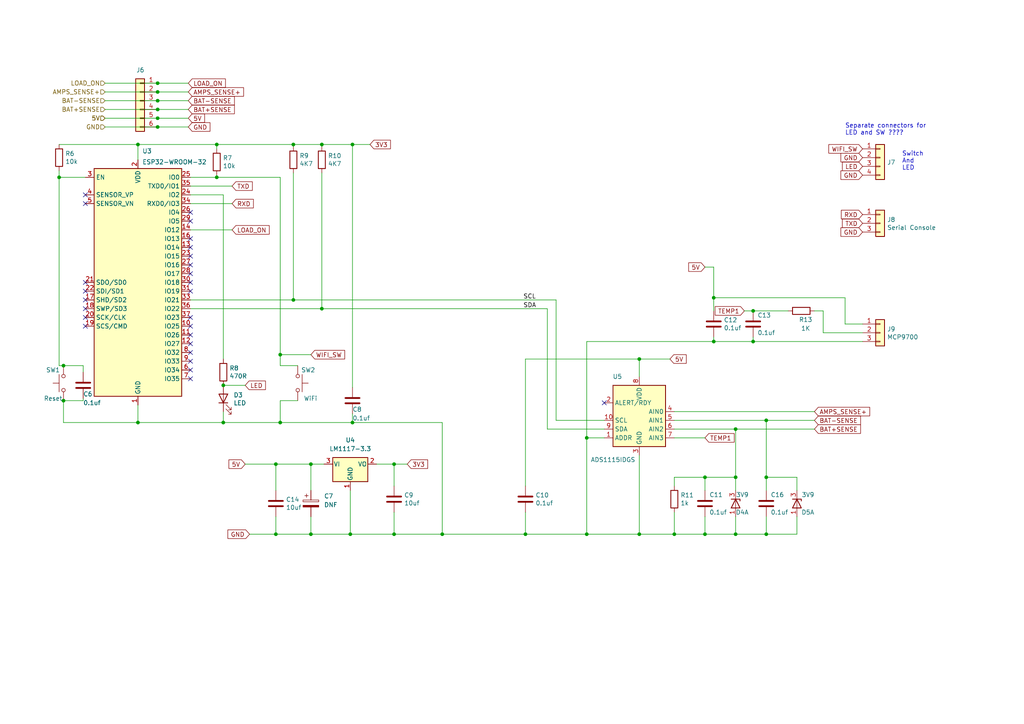
<source format=kicad_sch>
(kicad_sch (version 20211123) (generator eeschema)
  (paper "A4")
  (title_block (rev "3.0"))
  (lib_symbols
    (symbol "Analog_ADC:ADS1115IDGS"
      (property "Reference" "U" (at 2.54 13.97 0))
      (property "Value" "ADS1115IDGS" (at 7.62 11.43 0))
      (symbol "ADS1115IDGS_0_1"
        (rectangle (start -7.62 10.16) (end 7.62 -7.62) (stroke (width 0.254)) (fill (type background)))
      )
      (symbol "ADS1115IDGS_1_1"
        (pin input line (at 10.16 -5.08 180) (length 2.54) (name "ADDR") (number "1"))
        (pin input line (at 10.16 0 180) (length 2.54) (name "SCL") (number "10"))
        (pin output line (at 10.16 5.08 180) (length 2.54) (name "ALERT/RDY") (number "2"))
        (pin power_in line (at 0 -10.16 90) (length 2.54) (name "GND") (number "3"))
        (pin input line (at -10.16 2.54 0) (length 2.54) (name "AIN0") (number "4"))
        (pin input line (at -10.16 0 0) (length 2.54) (name "AIN1") (number "5"))
        (pin input line (at -10.16 -2.54 0) (length 2.54) (name "AIN2") (number "6"))
        (pin input line (at -10.16 -5.08 0) (length 2.54) (name "AIN3") (number "7"))
        (pin power_in line (at 0 12.7 270) (length 2.54) (name "VDD") (number "8"))
        (pin bidirectional line (at 10.16 -2.54 180) (length 2.54) (name "SDA") (number "9"))
      )
    )
    (symbol "Connector_Generic:Conn_01x03" (pin_names (offset 1.016) hide)
      (property "Reference" "J" (at 0 5.08 0))
      (property "Value" "Conn_01x03" (at 0 -5.08 0))
      (symbol "Conn_01x03_1_1"
        (rectangle (start -1.27 -2.413) (end 0 -2.667) (stroke (width 0.1524)))
        (rectangle (start -1.27 0.127) (end 0 -0.127) (stroke (width 0.1524)))
        (rectangle (start -1.27 2.667) (end 0 2.413) (stroke (width 0.1524)))
        (rectangle (start -1.27 3.81) (end 1.27 -3.81) (stroke (width 0.254)) (fill (type background)))
        (pin passive line (at -5.08 2.54 0) (length 3.81) (name "Pin_1") (number "1"))
        (pin passive line (at -5.08 0 0) (length 3.81) (name "Pin_2") (number "2"))
        (pin passive line (at -5.08 -2.54 0) (length 3.81) (name "Pin_3") (number "3"))
      )
    )
    (symbol "Connector_Generic:Conn_01x04" (pin_names (offset 1.016) hide)
      (property "Reference" "J" (at 0 5.08 0))
      (property "Value" "Conn_01x04" (at 0 -7.62 0))
      (symbol "Conn_01x04_1_1"
        (rectangle (start -1.27 -4.953) (end 0 -5.207) (stroke (width 0.1524)))
        (rectangle (start -1.27 -2.413) (end 0 -2.667) (stroke (width 0.1524)))
        (rectangle (start -1.27 0.127) (end 0 -0.127) (stroke (width 0.1524)))
        (rectangle (start -1.27 2.667) (end 0 2.413) (stroke (width 0.1524)))
        (rectangle (start -1.27 3.81) (end 1.27 -6.35) (stroke (width 0.254)) (fill (type background)))
        (pin passive line (at -5.08 2.54 0) (length 3.81) (name "Pin_1") (number "1"))
        (pin passive line (at -5.08 0 0) (length 3.81) (name "Pin_2") (number "2"))
        (pin passive line (at -5.08 -2.54 0) (length 3.81) (name "Pin_3") (number "3"))
        (pin passive line (at -5.08 -5.08 0) (length 3.81) (name "Pin_4") (number "4"))
      )
    )
    (symbol "Connector_Generic:Conn_01x06" (pin_names (offset 1.016) hide)
      (property "Reference" "J" (at 0 7.62 0))
      (property "Value" "Conn_01x06" (at 0 -10.16 0))
      (symbol "Conn_01x06_1_1"
        (rectangle (start -1.27 -7.493) (end 0 -7.747) (stroke (width 0.1524)))
        (rectangle (start -1.27 -4.953) (end 0 -5.207) (stroke (width 0.1524)))
        (rectangle (start -1.27 -2.413) (end 0 -2.667) (stroke (width 0.1524)))
        (rectangle (start -1.27 0.127) (end 0 -0.127) (stroke (width 0.1524)))
        (rectangle (start -1.27 2.667) (end 0 2.413) (stroke (width 0.1524)))
        (rectangle (start -1.27 5.207) (end 0 4.953) (stroke (width 0.1524)))
        (rectangle (start -1.27 6.35) (end 1.27 -8.89) (stroke (width 0.254)) (fill (type background)))
        (pin passive line (at -5.08 5.08 0) (length 3.81) (name "Pin_1") (number "1"))
        (pin passive line (at -5.08 2.54 0) (length 3.81) (name "Pin_2") (number "2"))
        (pin passive line (at -5.08 0 0) (length 3.81) (name "Pin_3") (number "3"))
        (pin passive line (at -5.08 -2.54 0) (length 3.81) (name "Pin_4") (number "4"))
        (pin passive line (at -5.08 -5.08 0) (length 3.81) (name "Pin_5") (number "5"))
        (pin passive line (at -5.08 -7.62 0) (length 3.81) (name "Pin_6") (number "6"))
      )
    )
    (symbol "Device:C" (pin_numbers hide) (pin_names (offset 0.254))
      (property "Reference" "C" (at 0.635 2.54 0))
      (property "Value" "C" (at 0.635 -2.54 0))
      (symbol "C_0_1"
        (polyline (pts (xy -2.032 -0.762) (xy 2.032 -0.762)) (stroke (width 0.508)))
        (polyline (pts (xy -2.032 0.762) (xy 2.032 0.762)) (stroke (width 0.508)))
      )
      (symbol "C_1_1"
        (pin passive line (at 0 3.81 270) (length 2.794) (name "~") (number "1"))
        (pin passive line (at 0 -3.81 90) (length 2.794) (name "~") (number "2"))
      )
    )
    (symbol "Device:C_Polarized" (pin_numbers hide) (pin_names (offset 0.254))
      (property "Reference" "C" (at 0.635 2.54 0))
      (property "Value" "C_Polarized" (at 0.635 -2.54 0))
      (symbol "C_Polarized_0_1"
        (rectangle (start -2.286 0.508) (end 2.286 1.016))
        (polyline (pts (xy -1.778 2.286) (xy -0.762 2.286)))
        (polyline (pts (xy -1.27 2.794) (xy -1.27 1.778)))
        (rectangle (start 2.286 -0.508) (end -2.286 -1.016) (fill (type outline)))
      )
      (symbol "C_Polarized_1_1"
        (pin passive line (at 0 3.81 270) (length 2.794) (name "~") (number "1"))
        (pin passive line (at 0 -3.81 90) (length 2.794) (name "~") (number "2"))
      )
    )
    (symbol "Device:D_Zener_Dual_CommonCathode_AAK_Split" (pin_names (offset 0.762) hide)
      (property "Reference" "D" (at 0 2.54 0))
      (property "Value" "D_Zener_Dual_CommonCathode_AAK_Split" (at 0 -2.54 0))
      (symbol "D_Zener_Dual_CommonCathode_AAK_Split_0_0"
        (polyline (pts (xy 1.27 1.27) (xy 1.27 -1.27) (xy 0.762 -1.27)) (stroke (width 0.254)))
      )
      (symbol "D_Zener_Dual_CommonCathode_AAK_Split_0_1"
        (polyline (pts (xy -1.27 1.27) (xy 1.27 0) (xy -1.27 -1.27) (xy -1.27 1.27) (xy -1.27 1.27) (xy -1.27 1.27)) (stroke (width 0.254)))
      )
      (symbol "D_Zener_Dual_CommonCathode_AAK_Split_1_1"
        (polyline (pts (xy 1.27 0) (xy -1.27 0)))
        (pin passive line (at -3.81 0 0) (length 2.54) (name "A") (number "1"))
        (pin passive line (at 3.81 0 180) (length 2.54) (name "K") (number "3"))
      )
      (symbol "D_Zener_Dual_CommonCathode_AAK_Split_2_0"
        (polyline (pts (xy 3.81 0) (xy -1.27 0)))
        (text "3" (at 2.54 1.27 0) (effects (font (size 1.27 1.27))))
      )
      (symbol "D_Zener_Dual_CommonCathode_AAK_Split_2_1"
        (pin passive line (at -3.81 0 0) (length 2.54) (name "K") (number "2"))
      )
    )
    (symbol "Device:LED" (pin_numbers hide) (pin_names (offset 1.016) hide)
      (property "Reference" "D" (at 0 2.54 0))
      (property "Value" "LED" (at 0 -2.54 0))
      (symbol "LED_0_1"
        (polyline (pts (xy -1.27 -1.27) (xy -1.27 1.27)) (stroke (width 0.254)))
        (polyline (pts (xy -1.27 0) (xy 1.27 0)))
        (polyline (pts (xy 1.27 -1.27) (xy 1.27 1.27) (xy -1.27 0) (xy 1.27 -1.27)) (stroke (width 0.254)))
        (polyline (pts (xy -3.048 -0.762) (xy -4.572 -2.286) (xy -3.81 -2.286) (xy -4.572 -2.286) (xy -4.572 -1.524)))
        (polyline (pts (xy -1.778 -0.762) (xy -3.302 -2.286) (xy -2.54 -2.286) (xy -3.302 -2.286) (xy -3.302 -1.524)))
      )
      (symbol "LED_1_1"
        (pin passive line (at -3.81 0 0) (length 2.54) (name "K") (number "1"))
        (pin passive line (at 3.81 0 180) (length 2.54) (name "A") (number "2"))
      )
    )
    (symbol "Device:R" (pin_numbers hide) (pin_names (offset 0))
      (property "Reference" "R" (at 2.032 0 90))
      (property "Value" "R" (at 0 0 90))
      (symbol "R_0_1"
        (rectangle (start -1.016 -2.54) (end 1.016 2.54) (stroke (width 0.254)))
      )
      (symbol "R_1_1"
        (pin passive line (at 0 3.81 270) (length 1.27) (name "~") (number "1"))
        (pin passive line (at 0 -3.81 90) (length 1.27) (name "~") (number "2"))
      )
    )
    (symbol "RF_Module:ESP32-WROOM-32"
      (property "Reference" "U" (at -12.7 34.29 0))
      (property "Value" "ESP32-WROOM-32" (at 1.27 34.29 0))
      (symbol "ESP32-WROOM-32_0_1"
        (rectangle (start -12.7 33.02) (end 12.7 -33.02) (stroke (width 0.254)) (fill (type background)))
      )
      (symbol "ESP32-WROOM-32_1_1"
        (pin power_in line (at 0 -35.56 90) (length 2.54) (name "GND") (number "1"))
        (pin bidirectional line (at 15.24 -12.7 180) (length 2.54) (name "IO25") (number "10"))
        (pin bidirectional line (at 15.24 -15.24 180) (length 2.54) (name "IO26") (number "11"))
        (pin bidirectional line (at 15.24 -17.78 180) (length 2.54) (name "IO27") (number "12"))
        (pin bidirectional line (at 15.24 10.16 180) (length 2.54) (name "IO14") (number "13"))
        (pin bidirectional line (at 15.24 15.24 180) (length 2.54) (name "IO12") (number "14"))
        (pin passive line (at 0 -35.56 90) (length 2.54) hide (name "GND") (number "15"))
        (pin bidirectional line (at 15.24 12.7 180) (length 2.54) (name "IO13") (number "16"))
        (pin bidirectional line (at -15.24 -5.08 0) (length 2.54) (name "SHD/SD2") (number "17"))
        (pin bidirectional line (at -15.24 -7.62 0) (length 2.54) (name "SWP/SD3") (number "18"))
        (pin bidirectional line (at -15.24 -12.7 0) (length 2.54) (name "SCS/CMD") (number "19"))
        (pin power_in line (at 0 35.56 270) (length 2.54) (name "VDD") (number "2"))
        (pin bidirectional line (at -15.24 -10.16 0) (length 2.54) (name "SCK/CLK") (number "20"))
        (pin bidirectional line (at -15.24 0 0) (length 2.54) (name "SDO/SD0") (number "21"))
        (pin bidirectional line (at -15.24 -2.54 0) (length 2.54) (name "SDI/SD1") (number "22"))
        (pin bidirectional line (at 15.24 7.62 180) (length 2.54) (name "IO15") (number "23"))
        (pin bidirectional line (at 15.24 25.4 180) (length 2.54) (name "IO2") (number "24"))
        (pin bidirectional line (at 15.24 30.48 180) (length 2.54) (name "IO0") (number "25"))
        (pin bidirectional line (at 15.24 20.32 180) (length 2.54) (name "IO4") (number "26"))
        (pin bidirectional line (at 15.24 5.08 180) (length 2.54) (name "IO16") (number "27"))
        (pin bidirectional line (at 15.24 2.54 180) (length 2.54) (name "IO17") (number "28"))
        (pin bidirectional line (at 15.24 17.78 180) (length 2.54) (name "IO5") (number "29"))
        (pin input line (at -15.24 30.48 0) (length 2.54) (name "EN") (number "3"))
        (pin bidirectional line (at 15.24 0 180) (length 2.54) (name "IO18") (number "30"))
        (pin bidirectional line (at 15.24 -2.54 180) (length 2.54) (name "IO19") (number "31"))
        (pin no_connect line (at -12.7 -27.94 0) (length 2.54) hide (name "NC") (number "32"))
        (pin bidirectional line (at 15.24 -5.08 180) (length 2.54) (name "IO21") (number "33"))
        (pin bidirectional line (at 15.24 22.86 180) (length 2.54) (name "RXD0/IO3") (number "34"))
        (pin bidirectional line (at 15.24 27.94 180) (length 2.54) (name "TXD0/IO1") (number "35"))
        (pin bidirectional line (at 15.24 -7.62 180) (length 2.54) (name "IO22") (number "36"))
        (pin bidirectional line (at 15.24 -10.16 180) (length 2.54) (name "IO23") (number "37"))
        (pin passive line (at 0 -35.56 90) (length 2.54) hide (name "GND") (number "38"))
        (pin passive line (at 0 -35.56 90) (length 2.54) hide (name "GND") (number "39"))
        (pin input line (at -15.24 25.4 0) (length 2.54) (name "SENSOR_VP") (number "4"))
        (pin input line (at -15.24 22.86 0) (length 2.54) (name "SENSOR_VN") (number "5"))
        (pin input line (at 15.24 -25.4 180) (length 2.54) (name "IO34") (number "6"))
        (pin input line (at 15.24 -27.94 180) (length 2.54) (name "IO35") (number "7"))
        (pin bidirectional line (at 15.24 -20.32 180) (length 2.54) (name "IO32") (number "8"))
        (pin bidirectional line (at 15.24 -22.86 180) (length 2.54) (name "IO33") (number "9"))
      )
    )
    (symbol "Regulator_Linear:LM1117-3.3" (pin_names (offset 0.254))
      (property "Reference" "U" (at -3.81 3.175 0))
      (property "Value" "LM1117-3.3" (at 0 3.175 0))
      (symbol "LM1117-3.3_0_1"
        (rectangle (start -5.08 -5.08) (end 5.08 1.905) (stroke (width 0.254)) (fill (type background)))
      )
      (symbol "LM1117-3.3_1_1"
        (pin power_in line (at 0 -7.62 90) (length 2.54) (name "GND") (number "1"))
        (pin power_out line (at 7.62 0 180) (length 2.54) (name "VO") (number "2"))
        (pin power_in line (at -7.62 0 0) (length 2.54) (name "VI") (number "3"))
      )
    )
    (symbol "Switch:SW_Push" (pin_numbers hide) (pin_names (offset 1.016) hide)
      (property "Reference" "SW" (at 1.27 2.54 0))
      (property "Value" "SW_Push" (at 0 -1.524 0))
      (symbol "SW_Push_0_1"
        (circle (center -2.032 0) (radius 0.508))
        (polyline (pts (xy 0 1.27) (xy 0 3.048)))
        (polyline (pts (xy 2.54 1.27) (xy -2.54 1.27)))
        (circle (center 2.032 0) (radius 0.508))
        (pin passive line (at -5.08 0 0) (length 2.54) (name "1") (number "1"))
        (pin passive line (at 5.08 0 180) (length 2.54) (name "2") (number "2"))
      )
    )
  )
  (junction (at 17.145 51.435))
  (junction (at 80.01 134.62))
  (junction (at 207.01 99.06))
  (junction (at 222.25 138.43))
  (junction (at 18.415 106.045))
  (junction (at 85.09 86.995))
  (junction (at 45.72 34.29))
  (junction (at 40.005 122.555))
  (junction (at 62.865 51.435))
  (junction (at 213.36 138.43))
  (junction (at 185.42 154.94))
  (junction (at 64.77 111.76))
  (junction (at 195.58 154.94))
  (junction (at 40.005 41.91))
  (junction (at 101.6 154.94))
  (junction (at 204.47 154.94))
  (junction (at 218.44 90.17))
  (junction (at 45.72 29.21))
  (junction (at 90.17 134.62))
  (junction (at 222.25 154.94))
  (junction (at 170.18 127))
  (junction (at 114.3 134.62))
  (junction (at 93.345 89.535))
  (junction (at 213.36 124.46))
  (junction (at 152.4 154.94))
  (junction (at 80.01 154.94))
  (junction (at 213.36 154.94))
  (junction (at 18.415 116.205))
  (junction (at 90.17 154.94))
  (junction (at 45.72 31.75))
  (junction (at 81.28 122.555))
  (junction (at 102.235 41.91))
  (junction (at 185.42 104.14))
  (junction (at 207.01 86.36))
  (junction (at 93.345 41.91))
  (junction (at 85.09 41.91))
  (junction (at 45.72 24.13))
  (junction (at 128.27 154.94))
  (junction (at 62.865 41.91))
  (junction (at 102.235 122.555))
  (junction (at 81.28 102.87))
  (junction (at 45.72 26.67))
  (junction (at 114.3 154.94))
  (junction (at 218.44 99.06))
  (junction (at 170.18 154.94))
  (junction (at 64.77 122.555))
  (junction (at 45.72 36.83))
  (junction (at 222.25 121.92))
  (junction (at 204.47 138.43))
  (no_connect (at 175.26 116.84))
  (no_connect (at 55.245 76.835))
  (no_connect (at 55.245 74.295))
  (no_connect (at 55.245 71.755))
  (no_connect (at 55.245 69.215))
  (no_connect (at 55.245 61.595))
  (no_connect (at 55.245 64.135))
  (no_connect (at 24.765 56.515))
  (no_connect (at 24.765 59.055))
  (no_connect (at 55.245 109.855))
  (no_connect (at 55.245 104.775))
  (no_connect (at 55.245 107.315))
  (no_connect (at 55.245 97.155))
  (no_connect (at 55.245 99.695))
  (no_connect (at 55.245 102.235))
  (no_connect (at 55.245 92.075))
  (no_connect (at 55.245 94.615))
  (no_connect (at 55.245 81.915))
  (no_connect (at 55.245 84.455))
  (no_connect (at 55.245 79.375))
  (no_connect (at 24.765 86.995))
  (no_connect (at 24.765 94.615))
  (no_connect (at 24.765 92.075))
  (no_connect (at 24.765 89.535))
  (no_connect (at 24.765 81.915))
  (no_connect (at 24.765 84.455))
  (wire (pts (xy 175.26 121.92) (xy 161.29 121.92)))
  (wire (pts (xy 128.27 122.555) (xy 128.27 154.94)))
  (wire (pts (xy 90.17 154.94) (xy 101.6 154.94)))
  (wire (pts (xy 45.72 36.83) (xy 30.48 36.83)))
  (wire (pts (xy 109.22 134.62) (xy 114.3 134.62)))
  (wire (pts (xy 213.36 149.86) (xy 213.36 154.94)))
  (wire (pts (xy 185.42 104.14) (xy 185.42 109.22)))
  (wire (pts (xy 80.01 134.62) (xy 80.01 142.24)))
  (wire (pts (xy 54.61 24.13) (xy 45.72 24.13)))
  (wire (pts (xy 24.13 107.95) (xy 24.13 106.045)))
  (wire (pts (xy 40.005 46.355) (xy 40.005 41.91)))
  (wire (pts (xy 245.11 93.98) (xy 245.11 86.36)))
  (wire (pts (xy 218.44 97.79) (xy 218.44 99.06)))
  (wire (pts (xy 62.865 41.91) (xy 62.865 43.18)))
  (wire (pts (xy 54.61 29.21) (xy 45.72 29.21)))
  (wire (pts (xy 231.14 138.43) (xy 231.14 142.24)))
  (wire (pts (xy 170.18 127) (xy 170.18 154.94)))
  (wire (pts (xy 18.415 116.205) (xy 24.13 116.205)))
  (wire (pts (xy 152.4 104.14) (xy 185.42 104.14)))
  (wire (pts (xy 62.865 50.8) (xy 62.865 51.435)))
  (wire (pts (xy 54.61 26.67) (xy 45.72 26.67)))
  (wire (pts (xy 80.01 149.86) (xy 80.01 154.94)))
  (wire (pts (xy 195.58 148.59) (xy 195.58 154.94)))
  (wire (pts (xy 24.765 51.435) (xy 17.145 51.435)))
  (wire (pts (xy 18.415 116.205) (xy 18.415 122.555)))
  (wire (pts (xy 231.14 149.86) (xy 231.14 154.94)))
  (wire (pts (xy 195.58 124.46) (xy 213.36 124.46)))
  (wire (pts (xy 238.76 96.52) (xy 250.19 96.52)))
  (wire (pts (xy 45.72 34.29) (xy 30.48 34.29)))
  (wire (pts (xy 40.005 122.555) (xy 64.77 122.555)))
  (wire (pts (xy 207.01 99.06) (xy 218.44 99.06)))
  (wire (pts (xy 175.26 127) (xy 170.18 127)))
  (wire (pts (xy 185.42 132.08) (xy 185.42 154.94)))
  (wire (pts (xy 195.58 127) (xy 204.47 127)))
  (wire (pts (xy 90.17 102.87) (xy 81.28 102.87)))
  (wire (pts (xy 80.01 134.62) (xy 90.17 134.62)))
  (wire (pts (xy 62.865 51.435) (xy 55.245 51.435)))
  (wire (pts (xy 170.18 154.94) (xy 185.42 154.94)))
  (wire (pts (xy 213.36 138.43) (xy 213.36 142.24)))
  (wire (pts (xy 85.09 86.995) (xy 161.29 86.995)))
  (wire (pts (xy 55.245 53.975) (xy 67.31 53.975)))
  (wire (pts (xy 54.61 36.83) (xy 45.72 36.83)))
  (wire (pts (xy 101.6 142.24) (xy 101.6 154.94)))
  (wire (pts (xy 158.75 89.535) (xy 158.75 124.46)))
  (wire (pts (xy 85.09 41.91) (xy 93.345 41.91)))
  (wire (pts (xy 102.235 120.015) (xy 102.235 122.555)))
  (wire (pts (xy 102.235 41.91) (xy 107.315 41.91)))
  (wire (pts (xy 102.235 122.555) (xy 128.27 122.555)))
  (wire (pts (xy 114.3 154.94) (xy 128.27 154.94)))
  (wire (pts (xy 85.09 41.91) (xy 85.09 42.545)))
  (wire (pts (xy 62.865 51.435) (xy 81.28 51.435)))
  (wire (pts (xy 152.4 154.94) (xy 170.18 154.94)))
  (wire (pts (xy 128.27 154.94) (xy 152.4 154.94)))
  (wire (pts (xy 238.76 90.17) (xy 238.76 96.52)))
  (wire (pts (xy 93.345 41.91) (xy 93.345 42.545)))
  (wire (pts (xy 93.345 41.91) (xy 102.235 41.91)))
  (wire (pts (xy 222.25 121.92) (xy 236.22 121.92)))
  (wire (pts (xy 250.19 93.98) (xy 245.11 93.98)))
  (wire (pts (xy 81.28 51.435) (xy 81.28 102.87)))
  (wire (pts (xy 101.6 154.94) (xy 114.3 154.94)))
  (wire (pts (xy 40.005 41.91) (xy 62.865 41.91)))
  (wire (pts (xy 81.28 116.205) (xy 81.28 122.555)))
  (wire (pts (xy 195.58 119.38) (xy 236.22 119.38)))
  (wire (pts (xy 85.09 50.165) (xy 85.09 86.995)))
  (wire (pts (xy 18.415 106.045) (xy 24.13 106.045)))
  (wire (pts (xy 152.4 140.97) (xy 152.4 104.14)))
  (wire (pts (xy 195.58 121.92) (xy 222.25 121.92)))
  (wire (pts (xy 93.345 89.535) (xy 158.75 89.535)))
  (wire (pts (xy 55.245 59.055) (xy 67.31 59.055)))
  (wire (pts (xy 81.28 106.045) (xy 86.36 106.045)))
  (wire (pts (xy 195.58 140.97) (xy 195.58 138.43)))
  (wire (pts (xy 170.18 99.06) (xy 207.01 99.06)))
  (wire (pts (xy 62.865 41.91) (xy 85.09 41.91)))
  (wire (pts (xy 93.98 134.62) (xy 90.17 134.62)))
  (wire (pts (xy 218.44 90.17) (xy 228.6 90.17)))
  (wire (pts (xy 55.245 56.515) (xy 64.77 56.515)))
  (wire (pts (xy 102.235 41.91) (xy 102.235 112.395)))
  (wire (pts (xy 90.17 149.86) (xy 90.17 154.94)))
  (wire (pts (xy 170.18 127) (xy 170.18 99.06)))
  (wire (pts (xy 185.42 154.94) (xy 195.58 154.94)))
  (wire (pts (xy 64.77 56.515) (xy 64.77 104.14)))
  (wire (pts (xy 45.72 26.67) (xy 30.48 26.67)))
  (wire (pts (xy 222.25 154.94) (xy 231.14 154.94)))
  (wire (pts (xy 161.29 86.995) (xy 161.29 121.92)))
  (wire (pts (xy 207.01 77.47) (xy 207.01 86.36)))
  (wire (pts (xy 45.72 31.75) (xy 30.48 31.75)))
  (wire (pts (xy 218.44 99.06) (xy 250.19 99.06)))
  (wire (pts (xy 64.77 119.38) (xy 64.77 122.555)))
  (wire (pts (xy 222.25 138.43) (xy 222.25 142.24)))
  (wire (pts (xy 17.145 51.435) (xy 17.145 106.045)))
  (wire (pts (xy 55.245 66.675) (xy 67.31 66.675)))
  (wire (pts (xy 114.3 134.62) (xy 118.11 134.62)))
  (wire (pts (xy 207.01 86.36) (xy 207.01 90.17)))
  (wire (pts (xy 64.77 122.555) (xy 81.28 122.555)))
  (wire (pts (xy 71.12 134.62) (xy 80.01 134.62)))
  (wire (pts (xy 24.13 116.205) (xy 24.13 115.57)))
  (wire (pts (xy 40.005 117.475) (xy 40.005 122.555)))
  (wire (pts (xy 213.36 124.46) (xy 236.22 124.46)))
  (wire (pts (xy 45.72 29.21) (xy 30.48 29.21)))
  (wire (pts (xy 81.28 122.555) (xy 102.235 122.555)))
  (wire (pts (xy 17.145 41.91) (xy 40.005 41.91)))
  (wire (pts (xy 85.09 86.995) (xy 55.245 86.995)))
  (wire (pts (xy 54.61 31.75) (xy 45.72 31.75)))
  (wire (pts (xy 204.47 149.86) (xy 204.47 154.94)))
  (wire (pts (xy 195.58 154.94) (xy 204.47 154.94)))
  (wire (pts (xy 213.36 138.43) (xy 213.36 124.46)))
  (wire (pts (xy 114.3 148.59) (xy 114.3 154.94)))
  (wire (pts (xy 185.42 104.14) (xy 194.31 104.14)))
  (wire (pts (xy 207.01 86.36) (xy 245.11 86.36)))
  (wire (pts (xy 18.415 122.555) (xy 40.005 122.555)))
  (wire (pts (xy 175.26 124.46) (xy 158.75 124.46)))
  (wire (pts (xy 218.44 90.17) (xy 215.9 90.17)))
  (wire (pts (xy 81.28 116.205) (xy 86.36 116.205)))
  (wire (pts (xy 213.36 154.94) (xy 222.25 154.94)))
  (wire (pts (xy 71.12 111.76) (xy 64.77 111.76)))
  (wire (pts (xy 54.61 34.29) (xy 45.72 34.29)))
  (wire (pts (xy 45.72 24.13) (xy 30.48 24.13)))
  (wire (pts (xy 152.4 148.59) (xy 152.4 154.94)))
  (wire (pts (xy 204.47 138.43) (xy 213.36 138.43)))
  (wire (pts (xy 17.145 106.045) (xy 18.415 106.045)))
  (wire (pts (xy 90.17 142.24) (xy 90.17 134.62)))
  (wire (pts (xy 195.58 138.43) (xy 204.47 138.43)))
  (wire (pts (xy 236.22 90.17) (xy 238.76 90.17)))
  (wire (pts (xy 204.47 138.43) (xy 204.47 142.24)))
  (wire (pts (xy 81.28 102.87) (xy 81.28 106.045)))
  (wire (pts (xy 222.25 149.86) (xy 222.25 154.94)))
  (wire (pts (xy 204.47 154.94) (xy 213.36 154.94)))
  (wire (pts (xy 207.01 97.79) (xy 207.01 99.06)))
  (wire (pts (xy 222.25 138.43) (xy 231.14 138.43)))
  (wire (pts (xy 93.345 50.165) (xy 93.345 89.535)))
  (wire (pts (xy 17.145 49.53) (xy 17.145 51.435)))
  (wire (pts (xy 80.01 154.94) (xy 90.17 154.94)))
  (wire (pts (xy 222.25 121.92) (xy 222.25 138.43)))
  (wire (pts (xy 114.3 134.62) (xy 114.3 140.97)))
  (wire (pts (xy 72.39 154.94) (xy 80.01 154.94)))
  (wire (pts (xy 204.47 77.47) (xy 207.01 77.47)))
  (wire (pts (xy 93.345 89.535) (xy 55.245 89.535)))
  (text "Switch\nAnd\nLED" (at 261.62 49.53 0) (effects (font (size 1.27 1.27)) (justify left bottom)))
  (text "Separate connectors for\nLED and SW ????" (at 245.11 39.37 0) (effects (font (size 1.27 1.27)) (justify left bottom)))
  (label "SDA" (at 151.765 89.535 0))
  (label "SCL" (at 151.765 86.995 0))
  (global_label "LOAD_ON" (shape input) (at 54.61 24.13 0) (property "Intersheet References" "${INTERSHEET_REFS}" (at 65.2799 24.0506 0) (effects (justify left))))
  (global_label "GND" (shape input) (at 72.39 154.94 180) (property "Intersheet References" "${INTERSHEET_REFS}" (at 66.1953 155.0194 0) (effects (justify right))))
  (global_label "LED" (shape input) (at 250.19 48.26 180) (property "Intersheet References" "${INTERSHEET_REFS}" (at 16.51 17.78 0)))
  (global_label "LOAD_ON" (shape input) (at 67.31 66.675 0) (property "Intersheet References" "${INTERSHEET_REFS}" (at 77.9799 66.5956 0) (effects (justify left))))
  (global_label "5V" (shape input) (at 194.31 104.14 0) (property "Intersheet References" "${INTERSHEET_REFS}" (at 16.51 17.78 0)))
  (global_label "TXD" (shape input) (at 250.19 64.77 180) (property "Intersheet References" "${INTERSHEET_REFS}" (at 16.51 17.78 0)))
  (global_label "TEMP1" (shape input) (at 204.47 127 0) (property "Intersheet References" "${INTERSHEET_REFS}" (at 25.4 17.78 0)))
  (global_label "GND" (shape input) (at 250.19 45.72 180) (property "Intersheet References" "${INTERSHEET_REFS}" (at 16.51 17.78 0)))
  (global_label "3V3" (shape input) (at 118.11 134.62 0) (property "Intersheet References" "${INTERSHEET_REFS}" (at 123.9418 134.5406 0) (effects (justify left))))
  (global_label "LED" (shape input) (at 71.12 111.76 0) (property "Intersheet References" "${INTERSHEET_REFS}" (at -30.48 19.05 0)))
  (global_label "TXD" (shape input) (at 67.31 53.975 0) (property "Intersheet References" "${INTERSHEET_REFS}" (at 300.99 100.965 0)))
  (global_label "AMPS_SENSE+" (shape input) (at 54.61 26.67 0) (property "Intersheet References" "${INTERSHEET_REFS}" (at 70.5413 26.5906 0) (effects (justify left))))
  (global_label "WIFI_SW" (shape input) (at 90.17 102.87 0) (property "Intersheet References" "${INTERSHEET_REFS}" (at -38.1 20.32 0)))
  (global_label "5V" (shape input) (at 71.12 134.62 180) (property "Intersheet References" "${INTERSHEET_REFS}" (at -116.84 74.93 0)))
  (global_label "TEMP1" (shape input) (at 215.9 90.17 180) (property "Intersheet References" "${INTERSHEET_REFS}" (at 16.51 17.78 0)))
  (global_label "BAT+SENSE" (shape input) (at 54.61 31.75 0) (property "Intersheet References" "${INTERSHEET_REFS}" (at 67.8804 31.6706 0) (effects (justify left))))
  (global_label "WIFI_SW" (shape input) (at 250.19 43.18 180) (property "Intersheet References" "${INTERSHEET_REFS}" (at 16.51 17.78 0)))
  (global_label "BAT+SENSE" (shape input) (at 236.22 124.46 0) (property "Intersheet References" "${INTERSHEET_REFS}" (at 249.4904 124.3806 0) (effects (justify left))))
  (global_label "AMPS_SENSE+" (shape input) (at 236.22 119.38 0) (property "Intersheet References" "${INTERSHEET_REFS}" (at 252.1513 119.3006 0) (effects (justify left))))
  (global_label "3V3" (shape input) (at 107.315 41.91 0) (property "Intersheet References" "${INTERSHEET_REFS}" (at 240.665 67.31 0)))
  (global_label "RXD" (shape input) (at 250.19 62.23 180) (property "Intersheet References" "${INTERSHEET_REFS}" (at 16.51 17.78 0)))
  (global_label "5V" (shape input) (at 54.61 34.29 0) (property "Intersheet References" "${INTERSHEET_REFS}" (at 59.2323 34.2106 0) (effects (justify left))))
  (global_label "GND" (shape input) (at 250.19 67.31 180) (property "Intersheet References" "${INTERSHEET_REFS}" (at 16.51 17.78 0)))
  (global_label "BAT-SENSE" (shape input) (at 54.61 29.21 0) (property "Intersheet References" "${INTERSHEET_REFS}" (at 67.8804 29.1306 0) (effects (justify left))))
  (global_label "GND" (shape input) (at 250.19 50.8 180) (property "Intersheet References" "${INTERSHEET_REFS}" (at 16.51 17.78 0)))
  (global_label "5V" (shape input) (at 204.47 77.47 180) (property "Intersheet References" "${INTERSHEET_REFS}" (at 16.51 17.78 0)))
  (global_label "BAT-SENSE" (shape input) (at 236.22 121.92 0) (property "Intersheet References" "${INTERSHEET_REFS}" (at 249.4904 121.8406 0) (effects (justify left))))
  (global_label "RXD" (shape input) (at 67.31 59.055 0) (property "Intersheet References" "${INTERSHEET_REFS}" (at -39.37 8.255 0)))
  (global_label "GND" (shape input) (at 54.61 36.83 0) (property "Intersheet References" "${INTERSHEET_REFS}" (at 60.8047 36.7506 0) (effects (justify left))))
  (hierarchical_label "BAT+SENSE" (shape input) (at 30.48 31.75 180))
  (hierarchical_label "LOAD_ON" (shape input) (at 30.48 24.13 180))
  (hierarchical_label "BAT-SENSE" (shape input) (at 30.48 29.21 180))
  (hierarchical_label "AMPS_SENSE+" (shape input) (at 30.48 26.67 180))
  (hierarchical_label "5V" (shape input) (at 30.48 34.29 180))
  (hierarchical_label "GND" (shape input) (at 30.48 36.83 180))
  (hierarchical_label "5V" (shape input) (at 30.48 34.29 180))
  (symbol (lib_id "Device:R") (at 64.77 107.95 0) (unit 1)
    (property "Reference" "R8" (at 66.548 106.7816 0) (effects (justify left)))
    (property "Value" "470R" (at 66.548 109.093 0) (effects (justify left)))
    (property "Footprint" "Resistor_SMD:R_0603_1608Metric_Pad0.98x0.95mm_HandSolder" (effects hide))
  )
  (symbol (lib_id "Connector_Generic:Conn_01x03") (at 255.27 64.77 0) (unit 1)
    (property "Reference" "J8" (at 257.302 63.7032 0) (effects (justify left)))
    (property "Value" "Serial Console" (at 257.302 66.0146 0) (effects (justify left)))
    (property "Footprint" "Connector_JST:JST_XH_B3B-XH-A_1x03_P2.50mm_Vertical" (effects hide))
  )
  (symbol (lib_id "Device:D_Zener_Dual_CommonCathode_AAK_Split") (at 213.36 146.05 90) (unit 1)
    (property "Reference" "D4" (at 217.17 148.59 90) (effects (justify left)))
    (property "Value" "3V9" (at 217.17 143.51 90) (effects (justify left)))
    (property "Footprint" "Package_TO_SOT_SMD:SOT-23" (effects hide))
  )
  (symbol (lib_id "Device:C") (at 24.13 111.76 0) (unit 1)
    (property "Reference" "C6" (at 24.13 114.3 0) (effects (justify left)))
    (property "Value" "0.1uf" (at 24.13 116.84 0) (effects (justify left)))
    (property "Footprint" "Capacitor_SMD:C_0603_1608Metric_Pad1.08x0.95mm_HandSolder" (effects hide))
  )
  (symbol (lib_id "Device:C") (at 222.25 146.05 0) (unit 1)
    (property "Reference" "C16" (at 223.52 143.51 0) (effects (justify left)))
    (property "Value" "0.1uf" (at 223.52 148.59 0) (effects (justify left)))
    (property "Footprint" "Capacitor_SMD:C_0603_1608Metric_Pad1.08x0.95mm_HandSolder" (effects hide))
  )
  (symbol (lib_id "Device:C") (at 102.235 116.205 0) (unit 1)
    (property "Reference" "C8" (at 102.235 118.745 0) (effects (justify left)))
    (property "Value" "0.1uf" (at 102.235 121.285 0) (effects (justify left)))
    (property "Footprint" "Capacitor_SMD:C_0603_1608Metric_Pad1.08x0.95mm_HandSolder" (effects hide))
  )
  (symbol (lib_id "Device:R") (at 62.865 46.99 0) (unit 1)
    (property "Reference" "R7" (at 64.643 45.8216 0) (effects (justify left)))
    (property "Value" "10k" (at 64.643 48.133 0) (effects (justify left)))
    (property "Footprint" "Resistor_SMD:R_0603_1608Metric_Pad0.98x0.95mm_HandSolder" (effects hide))
  )
  (symbol (lib_id "Device:C") (at 204.47 146.05 0) (unit 1)
    (property "Reference" "C11" (at 205.74 143.51 0) (effects (justify left)))
    (property "Value" "0.1uf" (at 205.74 148.59 0) (effects (justify left)))
    (property "Footprint" "Capacitor_SMD:C_0603_1608Metric_Pad1.08x0.95mm_HandSolder" (effects hide))
  )
  (symbol (lib_id "Connector_Generic:Conn_01x06") (at 40.64 29.21 0) (mirror y) (unit 1)
    (property "Reference" "J6" (at 41.91 20.32 0) (effects (justify left)))
    (property "Value" "Conn_01x06" (effects hide))
    (property "Footprint" "Connector_PinHeader_2.54mm:PinHeader_1x06_P2.54mm_Vertical" (effects hide))
  )
  (symbol (lib_id "Switch:SW_Push") (at 18.415 111.125 90) (unit 1)
    (property "Reference" "SW1" (at 13.335 107.315 90) (effects (justify right)))
    (property "Value" "Reset" (at 12.7 115.57 90) (effects (justify right)))
    (property "Footprint" "PJA_Switches:switch_SPST_5mmx3mmx2.5mm" (effects hide))
  )
  (symbol (lib_id "Device:D_Zener_Dual_CommonCathode_AAK_Split") (at 231.14 146.05 90) (unit 1)
    (property "Reference" "D5" (at 236.22 148.59 90) (effects (justify left)))
    (property "Value" "3V9" (at 236.22 143.51 90) (effects (justify left)))
    (property "Footprint" "Package_TO_SOT_SMD:SOT-23" (effects hide))
  )
  (symbol (lib_id "Device:R") (at 93.345 46.355 0) (unit 1)
    (property "Reference" "R10" (at 95.123 45.1866 0) (effects (justify left)))
    (property "Value" "4K7" (at 95.123 47.498 0) (effects (justify left)))
    (property "Footprint" "Resistor_SMD:R_0603_1608Metric_Pad0.98x0.95mm_HandSolder" (effects hide))
  )
  (symbol (lib_id "Device:C") (at 218.44 93.98 0) (unit 1)
    (property "Reference" "C13" (at 219.71 91.44 0) (effects (justify left)))
    (property "Value" "0.1uf" (at 219.71 96.52 0) (effects (justify left)))
    (property "Footprint" "Capacitor_SMD:C_0603_1608Metric_Pad1.08x0.95mm_HandSolder" (effects hide))
  )
  (symbol (lib_id "Device:C") (at 207.01 93.98 0) (unit 1)
    (property "Reference" "C12" (at 209.931 92.8116 0) (effects (justify left)))
    (property "Value" "0.1uf" (at 209.931 95.123 0) (effects (justify left)))
    (property "Footprint" "Capacitor_SMD:C_0603_1608Metric_Pad1.08x0.95mm_HandSolder" (effects hide))
  )
  (symbol (lib_id "Device:R") (at 195.58 144.78 0) (unit 1)
    (property "Reference" "R11" (at 197.358 143.6116 0) (effects (justify left)))
    (property "Value" "1k" (at 197.358 145.923 0) (effects (justify left)))
    (property "Footprint" "Resistor_SMD:R_0603_1608Metric_Pad0.98x0.95mm_HandSolder" (effects hide))
  )
  (symbol (lib_id "Device:C") (at 114.3 144.78 0) (unit 1)
    (property "Reference" "C9" (at 117.221 143.6116 0) (effects (justify left)))
    (property "Value" "10uf" (at 117.221 145.923 0) (effects (justify left)))
    (property "Footprint" "Capacitor_SMD:C_1206_3216Metric_Pad1.33x1.80mm_HandSolder" (effects hide))
  )
  (symbol (lib_id "Device:R") (at 232.41 90.17 270) (unit 1)
    (property "Reference" "R13" (at 233.68 92.71 90))
    (property "Value" "1K" (at 233.68 95.25 90))
    (property "Footprint" "Resistor_SMD:R_0603_1608Metric_Pad0.98x0.95mm_HandSolder" (effects hide))
  )
  (symbol (lib_id "Device:C") (at 80.01 146.05 0) (unit 1)
    (property "Reference" "C14" (at 82.931 144.8816 0) (effects (justify left)))
    (property "Value" "10uf" (at 82.931 147.193 0) (effects (justify left)))
    (property "Footprint" "Capacitor_SMD:C_1206_3216Metric_Pad1.33x1.80mm_HandSolder" (effects hide))
  )
  (symbol (lib_id "Device:R") (at 17.145 45.72 0) (unit 1)
    (property "Reference" "R6" (at 18.923 44.5516 0) (effects (justify left)))
    (property "Value" "10k" (at 18.923 46.863 0) (effects (justify left)))
    (property "Footprint" "Resistor_SMD:R_0603_1608Metric_Pad0.98x0.95mm_HandSolder" (effects hide))
  )
  (symbol (lib_id "Device:C_Polarized") (at 90.17 146.05 0) (unit 1)
    (property "Reference" "C7" (at 93.98 143.8909 0) (effects (justify left)))
    (property "Value" "DNF" (at 93.98 146.4309 0) (effects (justify left)))
    (property "Footprint" "Capacitor_Tantalum_SMD:CP_EIA-6032-20_AVX-F_Pad2.25x2.35mm_HandSolder" (effects hide))
  )
  (symbol (lib_id "Device:LED") (at 64.77 115.57 90) (unit 1)
    (property "Reference" "D3" (at 67.7418 114.5794 90) (effects (justify right)))
    (property "Value" "LED" (at 67.7418 116.8908 90) (effects (justify right)))
    (property "Footprint" "Diode_SMD:D_1206_3216Metric_Pad1.42x1.75mm_HandSolder" (effects hide))
  )
  (symbol (lib_id "Regulator_Linear:LM1117-3.3") (at 101.6 134.62 0) (unit 1)
    (property "Reference" "U4" (at 101.6 127.635 0))
    (property "Value" "LM1117-3.3" (at 101.6 130.175 0))
    (property "Footprint" "Package_TO_SOT_SMD:SOT-223-3_TabPin2" (effects hide))
    (property "Datasheet" "http://www.ti.com/lit/ds/symlink/lm1117.pdf" (effects hide))
  )
  (symbol (lib_id "Switch:SW_Push") (at 86.36 111.125 270) (mirror x) (unit 1)
    (property "Reference" "SW2" (at 91.44 107.315 90) (effects (justify right)))
    (property "Value" "WiFi" (at 92.075 115.57 90) (effects (justify right)))
    (property "Footprint" "PJA_Switches:switch_SPST_5mmx3mmx2.5mm" (effects hide))
  )
  (symbol (lib_id "RF_Module:ESP32-WROOM-32") (at 40.005 81.915 0) (unit 1)
    (property "Reference" "U3" (at 41.275 43.815 0) (effects (justify left)))
    (property "Value" "ESP32-WROOM-32" (at 41.275 46.99 0) (effects (justify left)))
    (property "Footprint" "RF_Module:ESP32-WROOM-32" (effects hide))
    (property "Datasheet" "https://www.espressif.com/sites/default/files/documentation/esp32-wroom-32_datasheet_en.pdf" (effects hide))
  )
  (symbol (lib_id "Analog_ADC:ADS1115IDGS") (at 185.42 121.92 0) (mirror y) (unit 1)
    (property "Reference" "U5" (at 179.07 109.22 0))
    (property "Value" "ADS1115IDGS" (at 177.8 133.35 0))
    (property "Footprint" "Package_SO:TSSOP-10_3x3mm_P0.5mm" (effects hide))
    (property "Datasheet" "http://www.ti.com/lit/ds/symlink/ads1113.pdf" (effects hide))
  )
  (symbol (lib_id "Device:C") (at 152.4 144.78 0) (unit 1)
    (property "Reference" "C10" (at 155.321 143.6116 0) (effects (justify left)))
    (property "Value" "0.1uf" (at 155.321 145.923 0) (effects (justify left)))
    (property "Footprint" "Capacitor_SMD:C_0603_1608Metric_Pad1.08x0.95mm_HandSolder" (effects hide))
  )
  (symbol (lib_id "Device:R") (at 85.09 46.355 0) (unit 1)
    (property "Reference" "R9" (at 86.868 45.1866 0) (effects (justify left)))
    (property "Value" "4K7" (at 86.868 47.498 0) (effects (justify left)))
    (property "Footprint" "Resistor_SMD:R_0603_1608Metric_Pad0.98x0.95mm_HandSolder" (effects hide))
  )
  (symbol (lib_id "Connector_Generic:Conn_01x04") (at 255.27 45.72 0) (unit 1)
    (property "Reference" "J7" (at 257.302 47.0916 0) (effects (justify left)))
    (property "Value" "SW_&_LED" (effects hide))
    (property "Footprint" "Connector_JST:JST_XH_B4B-XH-A_1x04_P2.50mm_Vertical" (effects hide))
  )
  (symbol (lib_id "Connector_Generic:Conn_01x03") (at 255.27 96.52 0) (unit 1)
    (property "Reference" "J9" (at 257.302 95.4532 0) (effects (justify left)))
    (property "Value" "MCP9700" (at 257.302 97.7646 0) (effects (justify left)))
    (property "Footprint" "Connector_JST:JST_XH_B3B-XH-A_1x03_P2.50mm_Vertical" (effects hide))
  )
)
</source>
